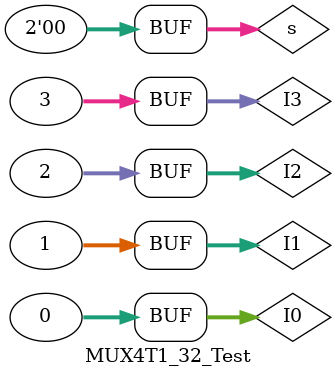
<source format=v>
`timescale 1ns / 1ps


module MUX4T1_32_Test;

	// Inputs
	reg [1:0] s;
	reg [31:0] I0;
	reg [31:0] I1;
	reg [31:0] I2;
	reg [31:0] I3;

	// Outputs
	wire [31:0] o;

	// Instantiate the Unit Under Test (UUT)
	MUX4T1_32 uut (
		.s(s), 
		.I0(I0), 
		.I1(I1), 
		.I2(I2), 
		.I3(I3), 
		.o(o)
	);

	initial begin
		// Initialize Inputs
		s = 0;
		I0 = 0;
		I1 = 1;
		I2 = 2;
		I3 = 3;
		#100;
		s = 1;
		#100;
		s = 2;
		#100;
		s = 3;
		#100;
		s = 0;
	end
      
endmodule


</source>
